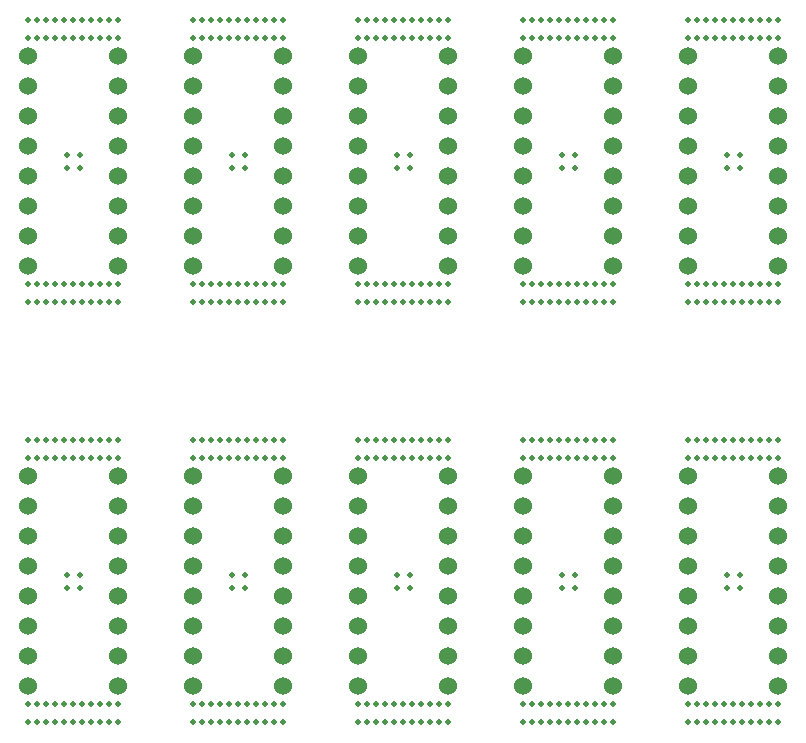
<source format=gbr>
%TF.GenerationSoftware,Altium Limited,Altium Designer,21.6.4 (81)*%
G04 Layer_Physical_Order=2*
G04 Layer_Color=16711680*
%FSLAX26Y26*%
%MOIN*%
%TF.SameCoordinates,5FA90F47-3B47-4036-B415-51D33840892C*%
%TF.FilePolarity,Positive*%
%TF.FileFunction,Copper,L2,Bot,Signal*%
%TF.Part,CustomerPanel*%
G01*
G75*
%TA.AperFunction,ViaPad*%
%ADD14C,0.019685*%
%ADD15C,0.060000*%
D14*
X1200000Y1055000D02*
D03*
X1230000D02*
D03*
X1260000D02*
D03*
X1290000D02*
D03*
X1320000D02*
D03*
X1350000D02*
D03*
X1380000D02*
D03*
X1410000D02*
D03*
X1440000D02*
D03*
X1470000D02*
D03*
X1500000D02*
D03*
Y1115000D02*
D03*
X1470000D02*
D03*
X1440000D02*
D03*
X1410000D02*
D03*
X1380000D02*
D03*
X1350000D02*
D03*
X1320000D02*
D03*
X1290000D02*
D03*
X1260000D02*
D03*
X1230000D02*
D03*
X1200000D02*
D03*
X1327730Y1502730D02*
D03*
X1372272D02*
D03*
Y1547272D02*
D03*
X1327730D02*
D03*
X1750000Y1115000D02*
D03*
X1780000D02*
D03*
Y1055000D02*
D03*
X1750000D02*
D03*
X1810000D02*
D03*
X1840000D02*
D03*
X1870000D02*
D03*
X1900000D02*
D03*
X1930000D02*
D03*
X1960000D02*
D03*
X1990000D02*
D03*
X2020000D02*
D03*
X2050000D02*
D03*
Y1115000D02*
D03*
X2020000D02*
D03*
X1990000D02*
D03*
X1960000D02*
D03*
X1930000D02*
D03*
X1900000D02*
D03*
X1870000D02*
D03*
X1840000D02*
D03*
X1810000D02*
D03*
X1922272Y1502730D02*
D03*
Y1547272D02*
D03*
X1877730D02*
D03*
Y1502730D02*
D03*
X2020000Y1935000D02*
D03*
X2050000D02*
D03*
Y1995000D02*
D03*
X2020000D02*
D03*
X1990000D02*
D03*
X1960000D02*
D03*
X1930000D02*
D03*
X1900000D02*
D03*
Y1935000D02*
D03*
X1930000D02*
D03*
X1960000D02*
D03*
X1990000D02*
D03*
X1870000D02*
D03*
X1840000D02*
D03*
X1810000D02*
D03*
Y1995000D02*
D03*
X1840000D02*
D03*
X1870000D02*
D03*
X1780000D02*
D03*
X1750000D02*
D03*
Y1935000D02*
D03*
X1780000D02*
D03*
X1500000D02*
D03*
Y1995000D02*
D03*
X1470000D02*
D03*
X1440000D02*
D03*
X1410000D02*
D03*
Y1935000D02*
D03*
X1440000D02*
D03*
X1470000D02*
D03*
X1380000D02*
D03*
X1350000D02*
D03*
X1320000D02*
D03*
Y1995000D02*
D03*
X1350000D02*
D03*
X1380000D02*
D03*
X1290000D02*
D03*
X1260000D02*
D03*
X1230000D02*
D03*
X1200000D02*
D03*
Y1935000D02*
D03*
X1230000D02*
D03*
X1260000D02*
D03*
X1290000D02*
D03*
X1750000Y2455000D02*
D03*
X1780000D02*
D03*
X1810000D02*
D03*
X1840000D02*
D03*
X1870000D02*
D03*
X1900000D02*
D03*
X1930000D02*
D03*
X1960000D02*
D03*
X1990000D02*
D03*
X2020000D02*
D03*
X2050000D02*
D03*
Y2515000D02*
D03*
X2020000D02*
D03*
X1990000D02*
D03*
X1960000D02*
D03*
X1930000D02*
D03*
X1900000D02*
D03*
X1870000D02*
D03*
X1840000D02*
D03*
X1810000D02*
D03*
X1780000D02*
D03*
X1750000D02*
D03*
X1500000D02*
D03*
Y2455000D02*
D03*
X1470000Y2515000D02*
D03*
X1440000D02*
D03*
X1410000D02*
D03*
Y2455000D02*
D03*
X1440000D02*
D03*
X1470000D02*
D03*
X1380000Y2515000D02*
D03*
X1350000D02*
D03*
X1320000D02*
D03*
Y2455000D02*
D03*
X1350000D02*
D03*
X1380000D02*
D03*
X1290000Y2515000D02*
D03*
X1260000D02*
D03*
X1230000D02*
D03*
X1200000D02*
D03*
Y2455000D02*
D03*
X1230000D02*
D03*
X1260000D02*
D03*
X1290000D02*
D03*
X1327730Y2902730D02*
D03*
X1372272D02*
D03*
Y2947272D02*
D03*
X1327730D02*
D03*
X1750000Y3335000D02*
D03*
X1780000D02*
D03*
Y3395000D02*
D03*
X1750000D02*
D03*
X1810000D02*
D03*
X1840000D02*
D03*
X1870000D02*
D03*
Y3335000D02*
D03*
X1840000D02*
D03*
X1810000D02*
D03*
X1900000D02*
D03*
X1930000D02*
D03*
X1960000D02*
D03*
X1990000D02*
D03*
Y3395000D02*
D03*
X1960000D02*
D03*
X1930000D02*
D03*
X1900000D02*
D03*
X2020000D02*
D03*
X2050000D02*
D03*
Y3335000D02*
D03*
X2020000D02*
D03*
X2300000D02*
D03*
X2330000D02*
D03*
X2360000D02*
D03*
X2390000D02*
D03*
Y3395000D02*
D03*
X2360000D02*
D03*
X2330000D02*
D03*
X2300000D02*
D03*
X2420000D02*
D03*
X2450000D02*
D03*
X2480000D02*
D03*
Y3335000D02*
D03*
X2450000D02*
D03*
X2420000D02*
D03*
X2510000D02*
D03*
X2540000D02*
D03*
X2570000D02*
D03*
Y3395000D02*
D03*
X2540000D02*
D03*
X2510000D02*
D03*
X2600000D02*
D03*
Y3335000D02*
D03*
X2850000D02*
D03*
X2880000D02*
D03*
Y3395000D02*
D03*
X2850000D02*
D03*
X2910000D02*
D03*
X2940000D02*
D03*
X2970000D02*
D03*
Y3335000D02*
D03*
X2940000D02*
D03*
X2910000D02*
D03*
X3000000D02*
D03*
X3030000D02*
D03*
X3060000D02*
D03*
X3090000D02*
D03*
Y3395000D02*
D03*
X3060000D02*
D03*
X3030000D02*
D03*
X3000000D02*
D03*
X3120000D02*
D03*
X3150000D02*
D03*
Y3335000D02*
D03*
X3120000D02*
D03*
X3400000D02*
D03*
X3430000D02*
D03*
X3460000D02*
D03*
X3490000D02*
D03*
Y3395000D02*
D03*
X3460000D02*
D03*
X3430000D02*
D03*
X3400000D02*
D03*
X3520000D02*
D03*
X3550000D02*
D03*
X3580000D02*
D03*
Y3335000D02*
D03*
X3550000D02*
D03*
X3520000D02*
D03*
X3610000D02*
D03*
X3640000D02*
D03*
X3670000D02*
D03*
Y3395000D02*
D03*
X3640000D02*
D03*
X3610000D02*
D03*
X3700000D02*
D03*
Y3335000D02*
D03*
X3572272Y2947272D02*
D03*
Y2902730D02*
D03*
X3527730D02*
D03*
Y2947272D02*
D03*
X3490000Y2515000D02*
D03*
X3460000D02*
D03*
X3430000D02*
D03*
X3400000D02*
D03*
Y2455000D02*
D03*
X3430000D02*
D03*
X3460000D02*
D03*
X3490000D02*
D03*
X3520000D02*
D03*
X3550000D02*
D03*
X3580000D02*
D03*
X3610000D02*
D03*
X3640000D02*
D03*
X3670000D02*
D03*
X3700000D02*
D03*
Y2515000D02*
D03*
X3670000D02*
D03*
X3640000D02*
D03*
X3610000D02*
D03*
X3580000D02*
D03*
X3550000D02*
D03*
X3520000D02*
D03*
X3150000D02*
D03*
X3120000D02*
D03*
Y2455000D02*
D03*
X3150000D02*
D03*
X3090000Y2515000D02*
D03*
X3060000D02*
D03*
X3030000D02*
D03*
X3000000D02*
D03*
Y2455000D02*
D03*
X3030000D02*
D03*
X3060000D02*
D03*
X3090000D02*
D03*
X2970000Y2515000D02*
D03*
X2940000D02*
D03*
X2910000D02*
D03*
Y2455000D02*
D03*
X2940000D02*
D03*
X2970000D02*
D03*
X2880000Y2515000D02*
D03*
X2850000D02*
D03*
Y2455000D02*
D03*
X2880000D02*
D03*
X2600000Y2515000D02*
D03*
Y2455000D02*
D03*
X2570000Y2515000D02*
D03*
X2540000D02*
D03*
X2510000D02*
D03*
Y2455000D02*
D03*
X2540000D02*
D03*
X2570000D02*
D03*
X2480000Y2515000D02*
D03*
X2450000D02*
D03*
X2420000D02*
D03*
Y2455000D02*
D03*
X2450000D02*
D03*
X2480000D02*
D03*
X2390000Y2515000D02*
D03*
X2360000D02*
D03*
X2330000D02*
D03*
X2300000D02*
D03*
Y2455000D02*
D03*
X2330000D02*
D03*
X2360000D02*
D03*
X2390000D02*
D03*
Y1995000D02*
D03*
X2360000D02*
D03*
X2330000D02*
D03*
X2300000D02*
D03*
Y1935000D02*
D03*
X2330000D02*
D03*
X2360000D02*
D03*
X2390000D02*
D03*
X2420000D02*
D03*
X2450000D02*
D03*
X2480000D02*
D03*
Y1995000D02*
D03*
X2450000D02*
D03*
X2420000D02*
D03*
X2510000D02*
D03*
X2540000D02*
D03*
X2570000D02*
D03*
Y1935000D02*
D03*
X2540000D02*
D03*
X2510000D02*
D03*
X2600000D02*
D03*
Y1995000D02*
D03*
X2850000D02*
D03*
X2880000D02*
D03*
Y1935000D02*
D03*
X2850000D02*
D03*
X2910000D02*
D03*
X2940000D02*
D03*
X2970000D02*
D03*
Y1995000D02*
D03*
X2940000D02*
D03*
X2910000D02*
D03*
X3000000D02*
D03*
X3030000D02*
D03*
X3060000D02*
D03*
X3090000D02*
D03*
Y1935000D02*
D03*
X3060000D02*
D03*
X3030000D02*
D03*
X3000000D02*
D03*
X3120000D02*
D03*
X3150000D02*
D03*
Y1995000D02*
D03*
X3120000D02*
D03*
X3400000D02*
D03*
X3430000D02*
D03*
X3460000D02*
D03*
X3490000D02*
D03*
Y1935000D02*
D03*
X3460000D02*
D03*
X3430000D02*
D03*
X3400000D02*
D03*
X3520000D02*
D03*
X3550000D02*
D03*
X3580000D02*
D03*
Y1995000D02*
D03*
X3550000D02*
D03*
X3520000D02*
D03*
X3610000D02*
D03*
X3640000D02*
D03*
X3670000D02*
D03*
Y1935000D02*
D03*
X3640000D02*
D03*
X3610000D02*
D03*
X3700000D02*
D03*
Y1995000D02*
D03*
X3572272Y1547272D02*
D03*
Y1502730D02*
D03*
X3527730D02*
D03*
Y1547272D02*
D03*
X3490000Y1115000D02*
D03*
X3460000D02*
D03*
X3430000D02*
D03*
X3400000D02*
D03*
Y1055000D02*
D03*
X3430000D02*
D03*
X3460000D02*
D03*
X3490000D02*
D03*
X3520000D02*
D03*
X3550000D02*
D03*
X3580000D02*
D03*
X3610000D02*
D03*
X3640000D02*
D03*
X3670000D02*
D03*
X3700000D02*
D03*
Y1115000D02*
D03*
X3670000D02*
D03*
X3640000D02*
D03*
X3610000D02*
D03*
X3580000D02*
D03*
X3550000D02*
D03*
X3520000D02*
D03*
X3150000D02*
D03*
X3120000D02*
D03*
Y1055000D02*
D03*
X3150000D02*
D03*
X3090000Y1115000D02*
D03*
X3060000D02*
D03*
X3030000D02*
D03*
X3000000D02*
D03*
Y1055000D02*
D03*
X3030000D02*
D03*
X3060000D02*
D03*
X3090000D02*
D03*
X2970000Y1115000D02*
D03*
X2940000D02*
D03*
X2910000D02*
D03*
Y1055000D02*
D03*
X2940000D02*
D03*
X2970000D02*
D03*
X2880000Y1115000D02*
D03*
X2850000D02*
D03*
Y1055000D02*
D03*
X2880000D02*
D03*
X2600000Y1115000D02*
D03*
Y1055000D02*
D03*
X2570000Y1115000D02*
D03*
X2540000D02*
D03*
X2510000D02*
D03*
Y1055000D02*
D03*
X2540000D02*
D03*
X2570000D02*
D03*
X2480000Y1115000D02*
D03*
X2450000D02*
D03*
X2420000D02*
D03*
Y1055000D02*
D03*
X2450000D02*
D03*
X2480000D02*
D03*
X2390000Y1115000D02*
D03*
X2360000D02*
D03*
X2330000D02*
D03*
X2300000D02*
D03*
Y1055000D02*
D03*
X2330000D02*
D03*
X2360000D02*
D03*
X2390000D02*
D03*
X2427730Y1502730D02*
D03*
X2472272D02*
D03*
Y1547272D02*
D03*
X2427730D02*
D03*
X2977730D02*
D03*
Y1502730D02*
D03*
X3022272D02*
D03*
Y1547272D02*
D03*
Y2902730D02*
D03*
Y2947272D02*
D03*
X2977730D02*
D03*
Y2902730D02*
D03*
X2472272D02*
D03*
Y2947272D02*
D03*
X2427730D02*
D03*
Y2902730D02*
D03*
X1922272D02*
D03*
Y2947272D02*
D03*
X1877730D02*
D03*
Y2902730D02*
D03*
X1500000Y3335000D02*
D03*
Y3395000D02*
D03*
X1470000D02*
D03*
X1440000D02*
D03*
X1410000D02*
D03*
Y3335000D02*
D03*
X1440000D02*
D03*
X1470000D02*
D03*
X1380000D02*
D03*
X1350000D02*
D03*
X1320000D02*
D03*
Y3395000D02*
D03*
X1350000D02*
D03*
X1380000D02*
D03*
X1290000D02*
D03*
X1260000D02*
D03*
X1230000D02*
D03*
X1200000D02*
D03*
Y3335000D02*
D03*
X1230000D02*
D03*
X1260000D02*
D03*
X1290000D02*
D03*
D15*
X1200000Y1175000D02*
D03*
Y1275000D02*
D03*
Y1375000D02*
D03*
Y1475000D02*
D03*
Y1575000D02*
D03*
Y1675000D02*
D03*
Y1775000D02*
D03*
Y1875000D02*
D03*
X1500000Y1575000D02*
D03*
Y1475000D02*
D03*
Y1375000D02*
D03*
Y1275000D02*
D03*
Y1175000D02*
D03*
X1750000D02*
D03*
Y1275000D02*
D03*
Y1375000D02*
D03*
Y1475000D02*
D03*
Y1575000D02*
D03*
Y1675000D02*
D03*
Y1775000D02*
D03*
Y1875000D02*
D03*
X1500000D02*
D03*
Y1775000D02*
D03*
Y1675000D02*
D03*
X2050000Y1175000D02*
D03*
Y1275000D02*
D03*
Y1375000D02*
D03*
Y1475000D02*
D03*
Y1575000D02*
D03*
Y1675000D02*
D03*
Y1775000D02*
D03*
Y1875000D02*
D03*
X2300000Y1575000D02*
D03*
Y1475000D02*
D03*
Y1375000D02*
D03*
Y1275000D02*
D03*
Y1175000D02*
D03*
X2600000D02*
D03*
Y1275000D02*
D03*
Y1375000D02*
D03*
Y1475000D02*
D03*
Y1575000D02*
D03*
Y1675000D02*
D03*
Y1775000D02*
D03*
Y1875000D02*
D03*
X2850000Y1675000D02*
D03*
Y1575000D02*
D03*
Y1475000D02*
D03*
Y1375000D02*
D03*
Y1275000D02*
D03*
Y1175000D02*
D03*
X3150000D02*
D03*
Y1275000D02*
D03*
Y1375000D02*
D03*
Y1475000D02*
D03*
Y1575000D02*
D03*
Y1675000D02*
D03*
Y1775000D02*
D03*
Y1875000D02*
D03*
X3400000Y1575000D02*
D03*
Y1475000D02*
D03*
Y1375000D02*
D03*
Y1275000D02*
D03*
Y1175000D02*
D03*
X3700000D02*
D03*
Y1275000D02*
D03*
Y1375000D02*
D03*
Y1475000D02*
D03*
Y1575000D02*
D03*
Y1675000D02*
D03*
Y1775000D02*
D03*
Y1875000D02*
D03*
X3400000D02*
D03*
Y1775000D02*
D03*
Y1675000D02*
D03*
X2850000Y1875000D02*
D03*
Y1775000D02*
D03*
X2300000Y1875000D02*
D03*
Y1775000D02*
D03*
Y1675000D02*
D03*
X3150000Y2575000D02*
D03*
Y2675000D02*
D03*
Y2775000D02*
D03*
Y2875000D02*
D03*
Y2975000D02*
D03*
Y3075000D02*
D03*
Y3175000D02*
D03*
Y3275000D02*
D03*
X3400000Y2975000D02*
D03*
Y2875000D02*
D03*
Y2775000D02*
D03*
Y2675000D02*
D03*
Y2575000D02*
D03*
X3700000D02*
D03*
Y2675000D02*
D03*
Y2775000D02*
D03*
Y2875000D02*
D03*
Y2975000D02*
D03*
Y3075000D02*
D03*
Y3175000D02*
D03*
Y3275000D02*
D03*
X3400000D02*
D03*
Y3175000D02*
D03*
Y3075000D02*
D03*
X2850000Y3275000D02*
D03*
Y3175000D02*
D03*
Y3075000D02*
D03*
Y2975000D02*
D03*
Y2875000D02*
D03*
Y2775000D02*
D03*
Y2675000D02*
D03*
Y2575000D02*
D03*
X2600000Y2775000D02*
D03*
Y2675000D02*
D03*
Y2575000D02*
D03*
Y2875000D02*
D03*
Y2975000D02*
D03*
Y3075000D02*
D03*
Y3175000D02*
D03*
Y3275000D02*
D03*
X2300000D02*
D03*
Y3175000D02*
D03*
Y3075000D02*
D03*
Y2975000D02*
D03*
Y2875000D02*
D03*
Y2775000D02*
D03*
Y2675000D02*
D03*
Y2575000D02*
D03*
X2050000Y2875000D02*
D03*
Y2775000D02*
D03*
Y2675000D02*
D03*
Y2575000D02*
D03*
X1750000Y2875000D02*
D03*
Y2775000D02*
D03*
Y2675000D02*
D03*
Y2575000D02*
D03*
X1500000Y2775000D02*
D03*
Y2675000D02*
D03*
Y2575000D02*
D03*
Y2875000D02*
D03*
Y2975000D02*
D03*
Y3075000D02*
D03*
Y3175000D02*
D03*
Y3275000D02*
D03*
X1750000Y3075000D02*
D03*
Y2975000D02*
D03*
Y3175000D02*
D03*
Y3275000D02*
D03*
X2050000Y2975000D02*
D03*
Y3075000D02*
D03*
Y3175000D02*
D03*
Y3275000D02*
D03*
X1200000D02*
D03*
Y3175000D02*
D03*
Y3075000D02*
D03*
Y2975000D02*
D03*
Y2875000D02*
D03*
Y2775000D02*
D03*
Y2675000D02*
D03*
Y2575000D02*
D03*
%TF.MD5,76efa2e5eb0cf2a89408735c56507ec8*%
M02*

</source>
